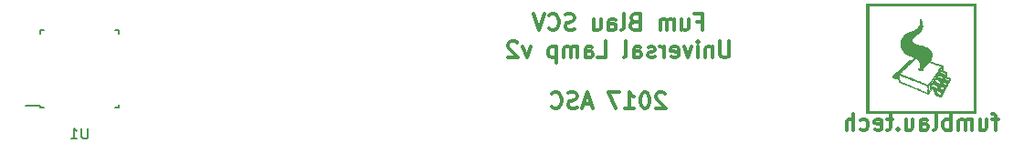
<source format=gbo>
G04 #@! TF.FileFunction,Legend,Bot*
%FSLAX46Y46*%
G04 Gerber Fmt 4.6, Leading zero omitted, Abs format (unit mm)*
G04 Created by KiCad (PCBNEW 4.0.7-e2-6376~58~ubuntu16.04.1) date Fri Sep 22 12:57:38 2017*
%MOMM*%
%LPD*%
G01*
G04 APERTURE LIST*
%ADD10C,0.100000*%
%ADD11C,0.300000*%
%ADD12C,0.010000*%
%ADD13C,0.150000*%
G04 APERTURE END LIST*
D10*
D11*
X147142857Y-147678571D02*
X146571428Y-147678571D01*
X146928571Y-148678571D02*
X146928571Y-147392857D01*
X146857143Y-147250000D01*
X146714285Y-147178571D01*
X146571428Y-147178571D01*
X145428571Y-147678571D02*
X145428571Y-148678571D01*
X146071428Y-147678571D02*
X146071428Y-148464286D01*
X146000000Y-148607143D01*
X145857142Y-148678571D01*
X145642857Y-148678571D01*
X145500000Y-148607143D01*
X145428571Y-148535714D01*
X144714285Y-148678571D02*
X144714285Y-147678571D01*
X144714285Y-147821429D02*
X144642857Y-147750000D01*
X144499999Y-147678571D01*
X144285714Y-147678571D01*
X144142857Y-147750000D01*
X144071428Y-147892857D01*
X144071428Y-148678571D01*
X144071428Y-147892857D02*
X143999999Y-147750000D01*
X143857142Y-147678571D01*
X143642857Y-147678571D01*
X143499999Y-147750000D01*
X143428571Y-147892857D01*
X143428571Y-148678571D01*
X142714285Y-148678571D02*
X142714285Y-147178571D01*
X142714285Y-147750000D02*
X142571428Y-147678571D01*
X142285714Y-147678571D01*
X142142857Y-147750000D01*
X142071428Y-147821429D01*
X141999999Y-147964286D01*
X141999999Y-148392857D01*
X142071428Y-148535714D01*
X142142857Y-148607143D01*
X142285714Y-148678571D01*
X142571428Y-148678571D01*
X142714285Y-148607143D01*
X141142856Y-148678571D02*
X141285714Y-148607143D01*
X141357142Y-148464286D01*
X141357142Y-147178571D01*
X139928571Y-148678571D02*
X139928571Y-147892857D01*
X140000000Y-147750000D01*
X140142857Y-147678571D01*
X140428571Y-147678571D01*
X140571428Y-147750000D01*
X139928571Y-148607143D02*
X140071428Y-148678571D01*
X140428571Y-148678571D01*
X140571428Y-148607143D01*
X140642857Y-148464286D01*
X140642857Y-148321429D01*
X140571428Y-148178571D01*
X140428571Y-148107143D01*
X140071428Y-148107143D01*
X139928571Y-148035714D01*
X138571428Y-147678571D02*
X138571428Y-148678571D01*
X139214285Y-147678571D02*
X139214285Y-148464286D01*
X139142857Y-148607143D01*
X138999999Y-148678571D01*
X138785714Y-148678571D01*
X138642857Y-148607143D01*
X138571428Y-148535714D01*
X137857142Y-148535714D02*
X137785714Y-148607143D01*
X137857142Y-148678571D01*
X137928571Y-148607143D01*
X137857142Y-148535714D01*
X137857142Y-148678571D01*
X137357142Y-147678571D02*
X136785713Y-147678571D01*
X137142856Y-147178571D02*
X137142856Y-148464286D01*
X137071428Y-148607143D01*
X136928570Y-148678571D01*
X136785713Y-148678571D01*
X135714285Y-148607143D02*
X135857142Y-148678571D01*
X136142856Y-148678571D01*
X136285713Y-148607143D01*
X136357142Y-148464286D01*
X136357142Y-147892857D01*
X136285713Y-147750000D01*
X136142856Y-147678571D01*
X135857142Y-147678571D01*
X135714285Y-147750000D01*
X135642856Y-147892857D01*
X135642856Y-148035714D01*
X136357142Y-148178571D01*
X134357142Y-148607143D02*
X134499999Y-148678571D01*
X134785713Y-148678571D01*
X134928571Y-148607143D01*
X134999999Y-148535714D01*
X135071428Y-148392857D01*
X135071428Y-147964286D01*
X134999999Y-147821429D01*
X134928571Y-147750000D01*
X134785713Y-147678571D01*
X134499999Y-147678571D01*
X134357142Y-147750000D01*
X133714285Y-148678571D02*
X133714285Y-147178571D01*
X133071428Y-148678571D02*
X133071428Y-147892857D01*
X133142857Y-147750000D01*
X133285714Y-147678571D01*
X133499999Y-147678571D01*
X133642857Y-147750000D01*
X133714285Y-147821429D01*
X119214285Y-138617857D02*
X119714285Y-138617857D01*
X119714285Y-139403571D02*
X119714285Y-137903571D01*
X118999999Y-137903571D01*
X117785714Y-138403571D02*
X117785714Y-139403571D01*
X118428571Y-138403571D02*
X118428571Y-139189286D01*
X118357143Y-139332143D01*
X118214285Y-139403571D01*
X118000000Y-139403571D01*
X117857143Y-139332143D01*
X117785714Y-139260714D01*
X117071428Y-139403571D02*
X117071428Y-138403571D01*
X117071428Y-138546429D02*
X117000000Y-138475000D01*
X116857142Y-138403571D01*
X116642857Y-138403571D01*
X116500000Y-138475000D01*
X116428571Y-138617857D01*
X116428571Y-139403571D01*
X116428571Y-138617857D02*
X116357142Y-138475000D01*
X116214285Y-138403571D01*
X116000000Y-138403571D01*
X115857142Y-138475000D01*
X115785714Y-138617857D01*
X115785714Y-139403571D01*
X113428571Y-138617857D02*
X113214285Y-138689286D01*
X113142857Y-138760714D01*
X113071428Y-138903571D01*
X113071428Y-139117857D01*
X113142857Y-139260714D01*
X113214285Y-139332143D01*
X113357143Y-139403571D01*
X113928571Y-139403571D01*
X113928571Y-137903571D01*
X113428571Y-137903571D01*
X113285714Y-137975000D01*
X113214285Y-138046429D01*
X113142857Y-138189286D01*
X113142857Y-138332143D01*
X113214285Y-138475000D01*
X113285714Y-138546429D01*
X113428571Y-138617857D01*
X113928571Y-138617857D01*
X112214285Y-139403571D02*
X112357143Y-139332143D01*
X112428571Y-139189286D01*
X112428571Y-137903571D01*
X111000000Y-139403571D02*
X111000000Y-138617857D01*
X111071429Y-138475000D01*
X111214286Y-138403571D01*
X111500000Y-138403571D01*
X111642857Y-138475000D01*
X111000000Y-139332143D02*
X111142857Y-139403571D01*
X111500000Y-139403571D01*
X111642857Y-139332143D01*
X111714286Y-139189286D01*
X111714286Y-139046429D01*
X111642857Y-138903571D01*
X111500000Y-138832143D01*
X111142857Y-138832143D01*
X111000000Y-138760714D01*
X109642857Y-138403571D02*
X109642857Y-139403571D01*
X110285714Y-138403571D02*
X110285714Y-139189286D01*
X110214286Y-139332143D01*
X110071428Y-139403571D01*
X109857143Y-139403571D01*
X109714286Y-139332143D01*
X109642857Y-139260714D01*
X107857143Y-139332143D02*
X107642857Y-139403571D01*
X107285714Y-139403571D01*
X107142857Y-139332143D01*
X107071428Y-139260714D01*
X107000000Y-139117857D01*
X107000000Y-138975000D01*
X107071428Y-138832143D01*
X107142857Y-138760714D01*
X107285714Y-138689286D01*
X107571428Y-138617857D01*
X107714286Y-138546429D01*
X107785714Y-138475000D01*
X107857143Y-138332143D01*
X107857143Y-138189286D01*
X107785714Y-138046429D01*
X107714286Y-137975000D01*
X107571428Y-137903571D01*
X107214286Y-137903571D01*
X107000000Y-137975000D01*
X105500000Y-139260714D02*
X105571429Y-139332143D01*
X105785715Y-139403571D01*
X105928572Y-139403571D01*
X106142857Y-139332143D01*
X106285715Y-139189286D01*
X106357143Y-139046429D01*
X106428572Y-138760714D01*
X106428572Y-138546429D01*
X106357143Y-138260714D01*
X106285715Y-138117857D01*
X106142857Y-137975000D01*
X105928572Y-137903571D01*
X105785715Y-137903571D01*
X105571429Y-137975000D01*
X105500000Y-138046429D01*
X105071429Y-137903571D02*
X104571429Y-139403571D01*
X104071429Y-137903571D01*
X122214285Y-140453571D02*
X122214285Y-141667857D01*
X122142857Y-141810714D01*
X122071428Y-141882143D01*
X121928571Y-141953571D01*
X121642857Y-141953571D01*
X121499999Y-141882143D01*
X121428571Y-141810714D01*
X121357142Y-141667857D01*
X121357142Y-140453571D01*
X120642856Y-140953571D02*
X120642856Y-141953571D01*
X120642856Y-141096429D02*
X120571428Y-141025000D01*
X120428570Y-140953571D01*
X120214285Y-140953571D01*
X120071428Y-141025000D01*
X119999999Y-141167857D01*
X119999999Y-141953571D01*
X119285713Y-141953571D02*
X119285713Y-140953571D01*
X119285713Y-140453571D02*
X119357142Y-140525000D01*
X119285713Y-140596429D01*
X119214285Y-140525000D01*
X119285713Y-140453571D01*
X119285713Y-140596429D01*
X118714284Y-140953571D02*
X118357141Y-141953571D01*
X117999999Y-140953571D01*
X116857142Y-141882143D02*
X116999999Y-141953571D01*
X117285713Y-141953571D01*
X117428570Y-141882143D01*
X117499999Y-141739286D01*
X117499999Y-141167857D01*
X117428570Y-141025000D01*
X117285713Y-140953571D01*
X116999999Y-140953571D01*
X116857142Y-141025000D01*
X116785713Y-141167857D01*
X116785713Y-141310714D01*
X117499999Y-141453571D01*
X116142856Y-141953571D02*
X116142856Y-140953571D01*
X116142856Y-141239286D02*
X116071428Y-141096429D01*
X115999999Y-141025000D01*
X115857142Y-140953571D01*
X115714285Y-140953571D01*
X115285714Y-141882143D02*
X115142857Y-141953571D01*
X114857142Y-141953571D01*
X114714285Y-141882143D01*
X114642857Y-141739286D01*
X114642857Y-141667857D01*
X114714285Y-141525000D01*
X114857142Y-141453571D01*
X115071428Y-141453571D01*
X115214285Y-141382143D01*
X115285714Y-141239286D01*
X115285714Y-141167857D01*
X115214285Y-141025000D01*
X115071428Y-140953571D01*
X114857142Y-140953571D01*
X114714285Y-141025000D01*
X113357142Y-141953571D02*
X113357142Y-141167857D01*
X113428571Y-141025000D01*
X113571428Y-140953571D01*
X113857142Y-140953571D01*
X113999999Y-141025000D01*
X113357142Y-141882143D02*
X113499999Y-141953571D01*
X113857142Y-141953571D01*
X113999999Y-141882143D01*
X114071428Y-141739286D01*
X114071428Y-141596429D01*
X113999999Y-141453571D01*
X113857142Y-141382143D01*
X113499999Y-141382143D01*
X113357142Y-141310714D01*
X112428570Y-141953571D02*
X112571428Y-141882143D01*
X112642856Y-141739286D01*
X112642856Y-140453571D01*
X109999999Y-141953571D02*
X110714285Y-141953571D01*
X110714285Y-140453571D01*
X108857142Y-141953571D02*
X108857142Y-141167857D01*
X108928571Y-141025000D01*
X109071428Y-140953571D01*
X109357142Y-140953571D01*
X109499999Y-141025000D01*
X108857142Y-141882143D02*
X108999999Y-141953571D01*
X109357142Y-141953571D01*
X109499999Y-141882143D01*
X109571428Y-141739286D01*
X109571428Y-141596429D01*
X109499999Y-141453571D01*
X109357142Y-141382143D01*
X108999999Y-141382143D01*
X108857142Y-141310714D01*
X108142856Y-141953571D02*
X108142856Y-140953571D01*
X108142856Y-141096429D02*
X108071428Y-141025000D01*
X107928570Y-140953571D01*
X107714285Y-140953571D01*
X107571428Y-141025000D01*
X107499999Y-141167857D01*
X107499999Y-141953571D01*
X107499999Y-141167857D02*
X107428570Y-141025000D01*
X107285713Y-140953571D01*
X107071428Y-140953571D01*
X106928570Y-141025000D01*
X106857142Y-141167857D01*
X106857142Y-141953571D01*
X106142856Y-140953571D02*
X106142856Y-142453571D01*
X106142856Y-141025000D02*
X105999999Y-140953571D01*
X105714285Y-140953571D01*
X105571428Y-141025000D01*
X105499999Y-141096429D01*
X105428570Y-141239286D01*
X105428570Y-141667857D01*
X105499999Y-141810714D01*
X105571428Y-141882143D01*
X105714285Y-141953571D01*
X105999999Y-141953571D01*
X106142856Y-141882143D01*
X103785713Y-140953571D02*
X103428570Y-141953571D01*
X103071428Y-140953571D01*
X102571428Y-140596429D02*
X102499999Y-140525000D01*
X102357142Y-140453571D01*
X101999999Y-140453571D01*
X101857142Y-140525000D01*
X101785713Y-140596429D01*
X101714285Y-140739286D01*
X101714285Y-140882143D01*
X101785713Y-141096429D01*
X102642856Y-141953571D01*
X101714285Y-141953571D01*
X116249999Y-145321429D02*
X116178570Y-145250000D01*
X116035713Y-145178571D01*
X115678570Y-145178571D01*
X115535713Y-145250000D01*
X115464284Y-145321429D01*
X115392856Y-145464286D01*
X115392856Y-145607143D01*
X115464284Y-145821429D01*
X116321427Y-146678571D01*
X115392856Y-146678571D01*
X114464285Y-145178571D02*
X114321428Y-145178571D01*
X114178571Y-145250000D01*
X114107142Y-145321429D01*
X114035713Y-145464286D01*
X113964285Y-145750000D01*
X113964285Y-146107143D01*
X114035713Y-146392857D01*
X114107142Y-146535714D01*
X114178571Y-146607143D01*
X114321428Y-146678571D01*
X114464285Y-146678571D01*
X114607142Y-146607143D01*
X114678571Y-146535714D01*
X114749999Y-146392857D01*
X114821428Y-146107143D01*
X114821428Y-145750000D01*
X114749999Y-145464286D01*
X114678571Y-145321429D01*
X114607142Y-145250000D01*
X114464285Y-145178571D01*
X112535714Y-146678571D02*
X113392857Y-146678571D01*
X112964285Y-146678571D02*
X112964285Y-145178571D01*
X113107142Y-145392857D01*
X113250000Y-145535714D01*
X113392857Y-145607143D01*
X112035714Y-145178571D02*
X111035714Y-145178571D01*
X111678571Y-146678571D01*
X109392858Y-146250000D02*
X108678572Y-146250000D01*
X109535715Y-146678571D02*
X109035715Y-145178571D01*
X108535715Y-146678571D01*
X108107144Y-146607143D02*
X107892858Y-146678571D01*
X107535715Y-146678571D01*
X107392858Y-146607143D01*
X107321429Y-146535714D01*
X107250001Y-146392857D01*
X107250001Y-146250000D01*
X107321429Y-146107143D01*
X107392858Y-146035714D01*
X107535715Y-145964286D01*
X107821429Y-145892857D01*
X107964287Y-145821429D01*
X108035715Y-145750000D01*
X108107144Y-145607143D01*
X108107144Y-145464286D01*
X108035715Y-145321429D01*
X107964287Y-145250000D01*
X107821429Y-145178571D01*
X107464287Y-145178571D01*
X107250001Y-145250000D01*
X105750001Y-146535714D02*
X105821430Y-146607143D01*
X106035716Y-146678571D01*
X106178573Y-146678571D01*
X106392858Y-146607143D01*
X106535716Y-146464286D01*
X106607144Y-146321429D01*
X106678573Y-146035714D01*
X106678573Y-145821429D01*
X106607144Y-145535714D01*
X106535716Y-145392857D01*
X106392858Y-145250000D01*
X106178573Y-145178571D01*
X106035716Y-145178571D01*
X105821430Y-145250000D01*
X105750001Y-145321429D01*
D12*
G36*
X134920000Y-147080000D02*
X145080000Y-147080000D01*
X145080000Y-137110500D01*
X144889500Y-137110500D01*
X144889500Y-146889500D01*
X135110500Y-146889500D01*
X135110500Y-137110500D01*
X144889500Y-137110500D01*
X145080000Y-137110500D01*
X145080000Y-136920000D01*
X134920000Y-136920000D01*
X134920000Y-147080000D01*
X134920000Y-147080000D01*
G37*
X134920000Y-147080000D02*
X145080000Y-147080000D01*
X145080000Y-137110500D01*
X144889500Y-137110500D01*
X144889500Y-146889500D01*
X135110500Y-146889500D01*
X135110500Y-137110500D01*
X144889500Y-137110500D01*
X145080000Y-137110500D01*
X145080000Y-136920000D01*
X134920000Y-136920000D01*
X134920000Y-147080000D01*
G36*
X139875782Y-138399334D02*
X139869868Y-138420030D01*
X139873881Y-138458722D01*
X139881439Y-138494289D01*
X139896249Y-138601632D01*
X139894467Y-138718745D01*
X139877139Y-138837120D01*
X139845308Y-138948248D01*
X139817982Y-139011294D01*
X139743661Y-139130050D01*
X139648046Y-139235598D01*
X139531850Y-139327413D01*
X139395783Y-139404973D01*
X139240558Y-139467755D01*
X139165976Y-139490674D01*
X138957427Y-139558216D01*
X138770815Y-139637949D01*
X138605570Y-139730296D01*
X138461119Y-139835680D01*
X138336891Y-139954524D01*
X138232314Y-140087253D01*
X138146816Y-140234289D01*
X138138394Y-140251687D01*
X138092371Y-140369153D01*
X138066035Y-140488820D01*
X138058684Y-140615987D01*
X138069617Y-140755952D01*
X138070645Y-140763482D01*
X138106903Y-140935054D01*
X138166013Y-141096369D01*
X138247016Y-141246007D01*
X138348952Y-141382549D01*
X138470860Y-141504574D01*
X138611781Y-141610663D01*
X138666325Y-141644297D01*
X138714843Y-141671886D01*
X138760234Y-141695628D01*
X138807311Y-141717547D01*
X138860886Y-141739665D01*
X138925769Y-141764004D01*
X139006774Y-141792588D01*
X139073877Y-141815602D01*
X139145852Y-141840741D01*
X139214193Y-141865739D01*
X139273114Y-141888401D01*
X139316827Y-141906528D01*
X139332119Y-141913682D01*
X139392534Y-141944386D01*
X139250936Y-142075981D01*
X139109338Y-142207575D01*
X139047015Y-142191602D01*
X139001077Y-142183719D01*
X138958283Y-142182603D01*
X138944595Y-142184436D01*
X138918615Y-142197063D01*
X138880222Y-142224089D01*
X138834189Y-142261212D01*
X138785291Y-142304130D01*
X138738304Y-142348542D01*
X138698001Y-142390146D01*
X138669156Y-142424640D01*
X138658269Y-142442412D01*
X138638243Y-142469461D01*
X138615719Y-142482595D01*
X138592121Y-142495000D01*
X138556023Y-142521880D01*
X138512026Y-142558933D01*
X138464733Y-142601855D01*
X138418747Y-142646345D01*
X138378670Y-142688100D01*
X138349106Y-142722817D01*
X138335129Y-142744891D01*
X138309147Y-142781991D01*
X138283483Y-142795691D01*
X138260804Y-142808075D01*
X138224399Y-142834264D01*
X138178995Y-142870614D01*
X138129321Y-142913480D01*
X138121238Y-142920750D01*
X138061319Y-142976810D01*
X138019345Y-143020738D01*
X137992780Y-143055429D01*
X137979440Y-143082675D01*
X137964922Y-143115513D01*
X137946534Y-143128972D01*
X137934682Y-143130300D01*
X137914554Y-143134572D01*
X137888360Y-143148737D01*
X137853473Y-143174816D01*
X137807265Y-143214830D01*
X137747109Y-143270800D01*
X137726700Y-143290284D01*
X137682218Y-143330503D01*
X137637119Y-143367286D01*
X137599444Y-143394175D01*
X137591249Y-143399091D01*
X137560633Y-143419965D01*
X137518087Y-143453873D01*
X137469602Y-143495853D01*
X137428058Y-143534307D01*
X137381599Y-143579126D01*
X137350759Y-143610729D01*
X137332707Y-143633359D01*
X137324613Y-143651258D01*
X137323646Y-143668669D01*
X137326398Y-143686707D01*
X137335771Y-143728709D01*
X137348826Y-143760084D01*
X137369888Y-143784974D01*
X137403281Y-143807519D01*
X137453329Y-143831862D01*
X137498100Y-143851141D01*
X137588510Y-143885695D01*
X137660668Y-143905104D01*
X137716525Y-143909622D01*
X137758029Y-143899502D01*
X137776026Y-143887267D01*
X137784831Y-143878591D01*
X137791786Y-143872866D01*
X137798492Y-143872703D01*
X137806546Y-143880717D01*
X137817549Y-143899520D01*
X137833099Y-143931723D01*
X137854795Y-143979939D01*
X137884237Y-144046782D01*
X137911257Y-144108200D01*
X137953242Y-144203450D01*
X139271574Y-144757995D01*
X139502498Y-144854991D01*
X139710467Y-144942047D01*
X139895837Y-145019308D01*
X140058966Y-145086920D01*
X140200211Y-145145027D01*
X140319927Y-145193774D01*
X140418473Y-145233307D01*
X140496204Y-145263771D01*
X140553479Y-145285310D01*
X140590653Y-145298071D01*
X140608083Y-145302198D01*
X140609278Y-145301976D01*
X140621611Y-145288655D01*
X140645455Y-145257178D01*
X140678554Y-145210736D01*
X140718657Y-145152521D01*
X140763511Y-145085725D01*
X140786287Y-145051215D01*
X140943923Y-144811018D01*
X141040287Y-144848214D01*
X141088284Y-144867964D01*
X141128682Y-144886800D01*
X141154148Y-144901249D01*
X141157037Y-144903509D01*
X141166404Y-144917814D01*
X141173651Y-144944399D01*
X141179401Y-144987097D01*
X141184276Y-145049741D01*
X141186229Y-145083229D01*
X141192866Y-145170725D01*
X141204038Y-145241896D01*
X141222455Y-145300058D01*
X141250824Y-145348526D01*
X141291855Y-145390616D01*
X141348258Y-145429644D01*
X141422740Y-145468925D01*
X141518011Y-145511775D01*
X141546155Y-145523755D01*
X141613093Y-145551458D01*
X141673178Y-145575242D01*
X141721976Y-145593435D01*
X141755051Y-145604365D01*
X141766538Y-145606800D01*
X141788655Y-145596199D01*
X141813675Y-145568647D01*
X141819972Y-145559175D01*
X141875040Y-145465767D01*
X141920315Y-145379222D01*
X141954846Y-145302042D01*
X141977682Y-145236730D01*
X141987392Y-145188187D01*
X141871334Y-145188187D01*
X141870656Y-145202917D01*
X141859504Y-145232999D01*
X141841101Y-145272393D01*
X141818670Y-145315062D01*
X141795437Y-145354968D01*
X141774624Y-145386072D01*
X141759456Y-145402337D01*
X141756415Y-145403421D01*
X141739472Y-145398756D01*
X141704207Y-145385888D01*
X141655599Y-145366727D01*
X141598627Y-145343182D01*
X141592322Y-145340515D01*
X141535055Y-145315350D01*
X141486289Y-145292238D01*
X141450875Y-145273598D01*
X141433661Y-145261846D01*
X141433126Y-145261140D01*
X141428647Y-145241981D01*
X141425103Y-145203887D01*
X141422981Y-145153322D01*
X141422595Y-145121650D01*
X141420914Y-145033917D01*
X141415103Y-144966166D01*
X141403540Y-144913100D01*
X141384601Y-144869424D01*
X141356664Y-144829843D01*
X141321753Y-144792624D01*
X141290018Y-144762848D01*
X141260125Y-144739212D01*
X141226513Y-144718571D01*
X141183622Y-144697780D01*
X141125893Y-144673694D01*
X141078643Y-144655118D01*
X141016893Y-144630688D01*
X140963467Y-144608726D01*
X140922940Y-144591174D01*
X140899885Y-144579976D01*
X140896692Y-144577825D01*
X140899163Y-144564316D01*
X140912676Y-144535994D01*
X140933603Y-144498783D01*
X140958319Y-144458609D01*
X140983198Y-144421395D01*
X141004613Y-144393067D01*
X141017626Y-144380245D01*
X141031830Y-144382674D01*
X141065347Y-144392812D01*
X141113799Y-144409211D01*
X141172807Y-144430419D01*
X141201957Y-144441266D01*
X141274528Y-144469220D01*
X141328075Y-144491876D01*
X141367683Y-144511932D01*
X141398438Y-144532084D01*
X141425425Y-144555029D01*
X141436175Y-144565464D01*
X141463774Y-144595031D01*
X141483656Y-144623472D01*
X141497072Y-144655696D01*
X141505273Y-144696611D01*
X141509509Y-144751125D01*
X141511031Y-144824147D01*
X141511161Y-144859700D01*
X141512364Y-144927760D01*
X141518050Y-144978801D01*
X141531570Y-145017124D01*
X141556276Y-145047031D01*
X141595523Y-145072824D01*
X141652662Y-145098804D01*
X141717148Y-145124000D01*
X141773696Y-145145944D01*
X141821620Y-145165363D01*
X141855856Y-145180148D01*
X141871334Y-145188187D01*
X141987392Y-145188187D01*
X141987872Y-145185790D01*
X141984467Y-145151726D01*
X141978183Y-145142511D01*
X141958978Y-145130919D01*
X141923268Y-145114001D01*
X141878387Y-145095205D01*
X141873250Y-145093188D01*
X141774328Y-145054030D01*
X141698507Y-145022667D01*
X141644857Y-144998678D01*
X141612443Y-144981644D01*
X141600334Y-144971145D01*
X141600200Y-144970322D01*
X141609040Y-144967549D01*
X141628775Y-144977092D01*
X141650311Y-144988118D01*
X141690643Y-145006143D01*
X141744856Y-145029065D01*
X141808034Y-145054782D01*
X141840857Y-145067798D01*
X141919584Y-145097836D01*
X141977426Y-145117716D01*
X142016498Y-145128066D01*
X142038912Y-145129510D01*
X142043522Y-145127841D01*
X142056598Y-145112558D01*
X142078585Y-145079467D01*
X142106562Y-145033234D01*
X142137608Y-144978524D01*
X142141870Y-144970752D01*
X142183192Y-144891151D01*
X142210805Y-144828189D01*
X142226236Y-144778179D01*
X142229593Y-144759075D01*
X142231832Y-144746375D01*
X142120900Y-144746375D01*
X142115283Y-144763375D01*
X142100781Y-144794375D01*
X142080916Y-144832895D01*
X142059213Y-144872450D01*
X142039195Y-144906559D01*
X142024386Y-144928739D01*
X142019082Y-144933700D01*
X142005090Y-144929206D01*
X141972258Y-144916923D01*
X141925265Y-144898648D01*
X141868794Y-144876178D01*
X141859830Y-144872570D01*
X141708150Y-144811441D01*
X141701357Y-144634445D01*
X141698125Y-144561465D01*
X141694348Y-144508477D01*
X141689145Y-144470079D01*
X141681635Y-144440866D01*
X141670934Y-144415432D01*
X141663257Y-144400893D01*
X141629024Y-144351780D01*
X141582534Y-144308745D01*
X141520083Y-144269230D01*
X141437967Y-144230676D01*
X141387974Y-144210808D01*
X141329646Y-144188429D01*
X141276944Y-144167811D01*
X141236278Y-144151487D01*
X141216232Y-144143000D01*
X141181513Y-144127250D01*
X141239013Y-144044700D01*
X141267458Y-144005337D01*
X141291281Y-143975046D01*
X141306204Y-143959198D01*
X141307955Y-143958150D01*
X141326089Y-143960340D01*
X141362327Y-143970731D01*
X141411507Y-143987338D01*
X141468464Y-144008177D01*
X141528037Y-144031263D01*
X141585061Y-144054610D01*
X141634373Y-144076234D01*
X141670811Y-144094150D01*
X141685939Y-144103458D01*
X141713032Y-144126556D01*
X141733123Y-144151501D01*
X141747524Y-144182699D01*
X141757552Y-144224554D01*
X141764521Y-144281469D01*
X141769745Y-144357850D01*
X141771393Y-144389753D01*
X141775415Y-144468338D01*
X141780794Y-144526229D01*
X141790824Y-144568058D01*
X141808800Y-144598458D01*
X141838016Y-144622059D01*
X141881765Y-144643495D01*
X141943344Y-144667397D01*
X141978025Y-144680296D01*
X142033335Y-144701914D01*
X142078678Y-144721553D01*
X142109414Y-144737066D01*
X142120898Y-144746306D01*
X142120900Y-144746375D01*
X142231832Y-144746375D01*
X142236773Y-144718366D01*
X142246467Y-144697872D01*
X142260509Y-144692400D01*
X142273461Y-144691120D01*
X142285304Y-144684952D01*
X142298677Y-144670399D01*
X142316221Y-144643964D01*
X142340574Y-144602151D01*
X142374121Y-144541927D01*
X142403638Y-144484277D01*
X142429367Y-144426295D01*
X142447689Y-144376517D01*
X142453530Y-144354602D01*
X142460175Y-144328195D01*
X142349500Y-144328195D01*
X142343404Y-144348898D01*
X142327866Y-144381317D01*
X142307008Y-144418504D01*
X142284955Y-144453511D01*
X142265832Y-144479390D01*
X142253937Y-144489200D01*
X142236020Y-144484974D01*
X142200125Y-144473563D01*
X142151996Y-144456865D01*
X142112831Y-144442573D01*
X142059415Y-144422180D01*
X142014310Y-144404009D01*
X141983255Y-144390426D01*
X141972854Y-144384846D01*
X141965907Y-144366626D01*
X141960271Y-144324121D01*
X141956053Y-144258420D01*
X141953804Y-144191236D01*
X141951919Y-144119499D01*
X141949640Y-144068092D01*
X141946051Y-144031950D01*
X141940235Y-144006009D01*
X141931277Y-143985204D01*
X141918260Y-143964470D01*
X141910853Y-143953840D01*
X141879203Y-143914762D01*
X141841533Y-143881364D01*
X141793488Y-143851023D01*
X141730713Y-143821119D01*
X141648855Y-143789033D01*
X141619250Y-143778350D01*
X141561473Y-143757622D01*
X141513015Y-143739894D01*
X141478553Y-143726900D01*
X141462764Y-143720378D01*
X141462326Y-143720095D01*
X141466366Y-143708363D01*
X141481837Y-143682886D01*
X141504344Y-143649786D01*
X141529488Y-143615184D01*
X141552874Y-143585200D01*
X141570104Y-143565955D01*
X141575819Y-143562100D01*
X141598513Y-143566817D01*
X141638747Y-143579487D01*
X141690785Y-143597887D01*
X141748894Y-143619795D01*
X141807340Y-143642987D01*
X141860388Y-143665242D01*
X141902306Y-143684337D01*
X141927358Y-143698049D01*
X141928307Y-143698731D01*
X141961674Y-143725774D01*
X141985790Y-143752962D01*
X142002125Y-143785000D01*
X142012149Y-143826592D01*
X142017332Y-143882441D01*
X142019143Y-143957253D01*
X142019253Y-143989803D01*
X142019422Y-144060768D01*
X142020350Y-144110786D01*
X142022734Y-144144311D01*
X142027272Y-144165795D01*
X142034659Y-144179693D01*
X142045593Y-144190456D01*
X142051383Y-144195092D01*
X142076407Y-144209759D01*
X142118961Y-144229666D01*
X142172515Y-144251909D01*
X142216483Y-144268562D01*
X142269771Y-144288845D01*
X142312888Y-144307085D01*
X142341004Y-144321115D01*
X142349500Y-144328195D01*
X142460175Y-144328195D01*
X142464036Y-144312854D01*
X142475752Y-144291611D01*
X142490263Y-144286000D01*
X142506260Y-144277018D01*
X142528632Y-144248957D01*
X142558574Y-144200140D01*
X142583016Y-144155825D01*
X142626635Y-144068553D01*
X142656362Y-143995794D01*
X142671741Y-143939067D01*
X142671861Y-143930895D01*
X142557331Y-143930895D01*
X142557209Y-143946192D01*
X142546362Y-143976696D01*
X142527135Y-144015832D01*
X142526922Y-144016219D01*
X142485532Y-144091508D01*
X142345757Y-144042273D01*
X142289646Y-144022258D01*
X142242189Y-144004863D01*
X142208623Y-143992037D01*
X142194466Y-143985921D01*
X142190533Y-143971292D01*
X142187758Y-143936132D01*
X142186347Y-143885292D01*
X142186504Y-143823623D01*
X142186850Y-143805377D01*
X142188077Y-143733768D01*
X142187652Y-143682251D01*
X142185047Y-143645540D01*
X142179732Y-143618352D01*
X142171177Y-143595403D01*
X142164457Y-143581826D01*
X142138422Y-143541230D01*
X142104176Y-143506273D01*
X142057877Y-143474471D01*
X141995686Y-143443339D01*
X141913759Y-143410392D01*
X141880933Y-143398409D01*
X141714895Y-143338924D01*
X141761027Y-143269537D01*
X141784837Y-143233762D01*
X141802257Y-143207665D01*
X141809342Y-143197146D01*
X141822717Y-143198256D01*
X141854546Y-143207129D01*
X141899773Y-143221904D01*
X141953346Y-143240719D01*
X142010212Y-143261712D01*
X142065316Y-143283023D01*
X142113606Y-143302789D01*
X142150028Y-143319149D01*
X142168539Y-143329463D01*
X142198772Y-143354412D01*
X142220094Y-143380115D01*
X142233717Y-143411265D01*
X142240853Y-143452554D01*
X142242715Y-143508674D01*
X142240514Y-143584317D01*
X142239585Y-143604474D01*
X142236432Y-143673273D01*
X142235072Y-143721433D01*
X142236044Y-143753682D01*
X142239886Y-143774751D01*
X142247138Y-143789368D01*
X142258339Y-143802263D01*
X142262609Y-143806563D01*
X142290941Y-143825994D01*
X142338450Y-143848781D01*
X142399609Y-143872371D01*
X142420089Y-143879321D01*
X142473546Y-143897491D01*
X142518047Y-143913709D01*
X142547976Y-143925863D01*
X142557331Y-143930895D01*
X142671861Y-143930895D01*
X142672318Y-143899893D01*
X142664368Y-143884392D01*
X142646658Y-143874313D01*
X142609916Y-143858320D01*
X142559227Y-143838479D01*
X142499671Y-143816855D01*
X142489200Y-143813209D01*
X142330450Y-143758274D01*
X142324100Y-143568112D01*
X142320318Y-143481588D01*
X142314560Y-143415998D01*
X142305348Y-143366878D01*
X142291201Y-143329767D01*
X142270638Y-143300202D01*
X142242181Y-143273721D01*
X142221183Y-143257805D01*
X142184184Y-143235989D01*
X142132705Y-143211896D01*
X142076723Y-143190111D01*
X142066063Y-143186501D01*
X142010451Y-143168171D01*
X141974996Y-143155427D01*
X141955873Y-143145497D01*
X141949254Y-143135609D01*
X141951312Y-143122990D01*
X141957186Y-143107625D01*
X141961700Y-143081419D01*
X141963889Y-143036903D01*
X141964013Y-142979771D01*
X141963548Y-142962025D01*
X141879197Y-142962025D01*
X141875914Y-143028772D01*
X141865771Y-143073460D01*
X141847353Y-143098834D01*
X141819246Y-143107644D01*
X141804574Y-143107105D01*
X141787925Y-143107250D01*
X141772443Y-143113825D01*
X141754716Y-143130258D01*
X141731331Y-143159977D01*
X141698876Y-143206410D01*
X141684275Y-143227934D01*
X141647533Y-143283395D01*
X141623241Y-143323800D01*
X141608908Y-143354633D01*
X141602040Y-143381380D01*
X141600147Y-143409524D01*
X141600136Y-143413116D01*
X141599179Y-143449337D01*
X141594148Y-143466007D01*
X141581957Y-143468953D01*
X141571625Y-143466965D01*
X141554551Y-143464139D01*
X141539628Y-143466714D01*
X141523726Y-143477729D01*
X141503712Y-143500223D01*
X141476453Y-143537236D01*
X141438820Y-143591808D01*
X141430695Y-143603740D01*
X141394350Y-143657962D01*
X141370231Y-143697193D01*
X141355851Y-143727147D01*
X141348726Y-143753540D01*
X141346368Y-143782086D01*
X141346200Y-143797991D01*
X141346200Y-143868050D01*
X141304781Y-143860280D01*
X141287924Y-143857885D01*
X141273689Y-143859958D01*
X141258949Y-143869578D01*
X141240573Y-143889823D01*
X141215435Y-143923769D01*
X141180405Y-143974495D01*
X141163604Y-143999172D01*
X141123964Y-144057932D01*
X141096767Y-144100342D01*
X141079949Y-144130908D01*
X141071450Y-144154133D01*
X141069208Y-144174521D01*
X141071161Y-144196575D01*
X141071650Y-144200042D01*
X141074410Y-144247489D01*
X141064783Y-144274344D01*
X141041189Y-144283000D01*
X141018742Y-144280252D01*
X141003063Y-144277762D01*
X140989369Y-144280075D01*
X140974643Y-144290222D01*
X140955869Y-144311231D01*
X140930031Y-144346130D01*
X140894113Y-144397951D01*
X140877835Y-144421769D01*
X140775459Y-144571750D01*
X140775080Y-144664142D01*
X140774700Y-144756534D01*
X140812800Y-144764155D01*
X140839487Y-144772722D01*
X140850895Y-144782795D01*
X140850900Y-144782992D01*
X140844508Y-144795648D01*
X140827483Y-144824130D01*
X140803054Y-144863414D01*
X140774449Y-144908474D01*
X140744895Y-144954284D01*
X140717622Y-144995817D01*
X140695857Y-145028049D01*
X140682828Y-145045953D01*
X140680689Y-145047996D01*
X140680093Y-145035949D01*
X140679173Y-145002419D01*
X140678019Y-144951318D01*
X140676717Y-144886561D01*
X140675356Y-144812060D01*
X140675291Y-144808330D01*
X140675170Y-144801340D01*
X140593033Y-144801340D01*
X140592164Y-144878856D01*
X140590304Y-144959774D01*
X140587575Y-145038606D01*
X140584100Y-145109863D01*
X140580001Y-145168056D01*
X140575936Y-145204365D01*
X140567698Y-145235452D01*
X140556640Y-145247590D01*
X140554144Y-145247209D01*
X140540708Y-145241628D01*
X140505401Y-145226851D01*
X140449767Y-145203529D01*
X140375348Y-145172308D01*
X140283688Y-145133838D01*
X140176333Y-145088765D01*
X140054824Y-145037739D01*
X139920706Y-144981408D01*
X139775524Y-144920420D01*
X139620819Y-144855422D01*
X139458137Y-144787065D01*
X139295150Y-144718570D01*
X139126169Y-144647472D01*
X138963668Y-144578944D01*
X138809194Y-144513647D01*
X138664292Y-144452241D01*
X138530510Y-144395387D01*
X138409393Y-144343746D01*
X138302489Y-144297977D01*
X138211344Y-144258742D01*
X138137504Y-144226701D01*
X138082516Y-144202515D01*
X138047926Y-144186845D01*
X138035345Y-144180426D01*
X138025527Y-144163602D01*
X138008929Y-144127669D01*
X137987592Y-144077335D01*
X137963557Y-144017310D01*
X137954508Y-143993900D01*
X137888877Y-143822450D01*
X137894490Y-143691734D01*
X137610540Y-143691734D01*
X137603830Y-143699556D01*
X137583891Y-143696524D01*
X137547035Y-143682470D01*
X137516201Y-143669091D01*
X137442242Y-143636383D01*
X137511446Y-143574391D01*
X137546381Y-143544115D01*
X137574215Y-143521868D01*
X137589476Y-143511995D01*
X137590175Y-143511849D01*
X137595524Y-143522981D01*
X137599057Y-143552168D01*
X137599874Y-143577975D01*
X137601422Y-143622255D01*
X137605164Y-143660015D01*
X137607705Y-143673225D01*
X137610540Y-143691734D01*
X137894490Y-143691734D01*
X137895033Y-143679114D01*
X137897918Y-143621562D01*
X137901080Y-143574075D01*
X137904114Y-143541955D01*
X137906375Y-143530591D01*
X137918629Y-143534472D01*
X137953007Y-143547112D01*
X138008013Y-143567931D01*
X138082151Y-143596347D01*
X138173925Y-143631777D01*
X138281839Y-143673640D01*
X138404398Y-143721355D01*
X138540106Y-143774339D01*
X138687466Y-143832012D01*
X138844982Y-143893790D01*
X139011160Y-143959093D01*
X139184503Y-144027338D01*
X139244706Y-144051069D01*
X140577850Y-144576734D01*
X140588463Y-144644092D01*
X140591305Y-144678469D01*
X140592788Y-144732715D01*
X140593033Y-144801340D01*
X140675170Y-144801340D01*
X140671131Y-144568668D01*
X141263931Y-143716134D01*
X141355440Y-143584727D01*
X141442905Y-143459508D01*
X141525231Y-143342023D01*
X141601321Y-143233821D01*
X141670077Y-143136448D01*
X141730405Y-143051451D01*
X141781207Y-142980377D01*
X141821386Y-142924773D01*
X141849847Y-142886187D01*
X141865493Y-142866165D01*
X141868165Y-142863600D01*
X141873503Y-142875277D01*
X141877398Y-142906239D01*
X141879164Y-142950383D01*
X141879197Y-142962025D01*
X141963548Y-142962025D01*
X141962333Y-142915720D01*
X141959108Y-142850444D01*
X141954598Y-142789639D01*
X141949065Y-142739001D01*
X141949010Y-142738692D01*
X141822548Y-142738692D01*
X141816740Y-142750157D01*
X141797431Y-142780899D01*
X141765666Y-142829376D01*
X141722495Y-142894046D01*
X141668963Y-142973366D01*
X141606120Y-143065795D01*
X141535011Y-143169790D01*
X141456684Y-143283807D01*
X141372188Y-143406306D01*
X141282568Y-143535743D01*
X141224571Y-143619263D01*
X141114996Y-143776763D01*
X141018914Y-143914578D01*
X140935420Y-144033948D01*
X140863607Y-144136112D01*
X140802572Y-144222311D01*
X140751407Y-144293783D01*
X140709209Y-144351769D01*
X140675070Y-144397508D01*
X140648087Y-144432239D01*
X140627353Y-144457204D01*
X140611964Y-144473641D01*
X140601013Y-144482790D01*
X140593595Y-144485892D01*
X140591711Y-144485787D01*
X140576550Y-144480457D01*
X140539319Y-144466393D01*
X140481570Y-144444203D01*
X140404855Y-144414492D01*
X140310724Y-144377867D01*
X140200729Y-144334934D01*
X140076422Y-144286300D01*
X139939353Y-144232571D01*
X139791073Y-144174353D01*
X139633135Y-144112253D01*
X139467090Y-144046876D01*
X139294488Y-143978830D01*
X139269750Y-143969071D01*
X139096566Y-143900717D01*
X138929892Y-143834889D01*
X138771264Y-143772196D01*
X138622219Y-143713247D01*
X138484291Y-143658650D01*
X138359015Y-143609015D01*
X138247928Y-143564950D01*
X138152565Y-143527063D01*
X138074462Y-143495965D01*
X138015153Y-143472262D01*
X137976175Y-143456565D01*
X137959063Y-143449482D01*
X137958479Y-143449201D01*
X137964912Y-143439367D01*
X137988243Y-143413740D01*
X138026828Y-143373887D01*
X138079025Y-143321378D01*
X138143193Y-143257781D01*
X138170444Y-143231034D01*
X138016857Y-143231034D01*
X138014417Y-143248418D01*
X137991556Y-143276352D01*
X137953061Y-143312545D01*
X137909151Y-143350489D01*
X137878092Y-143372833D01*
X137854597Y-143381762D01*
X137833381Y-143379463D01*
X137813261Y-143370347D01*
X137801195Y-143362149D01*
X137799252Y-143352076D01*
X137809705Y-143335627D01*
X137834826Y-143308302D01*
X137854937Y-143287797D01*
X137895192Y-143249709D01*
X137925638Y-143228268D01*
X137951831Y-143219897D01*
X137961217Y-143219394D01*
X137999061Y-143222070D01*
X138016857Y-143231034D01*
X138170444Y-143231034D01*
X138217688Y-143184665D01*
X138300870Y-143103599D01*
X138391094Y-143016153D01*
X138486720Y-142923893D01*
X138517823Y-142894004D01*
X138379486Y-142894004D01*
X138372403Y-142907300D01*
X138350956Y-142931148D01*
X138322431Y-142960373D01*
X138285774Y-142996228D01*
X138260080Y-143016398D01*
X138239573Y-143024300D01*
X138218475Y-143023354D01*
X138216577Y-143022996D01*
X138187957Y-143015817D01*
X138172919Y-143009251D01*
X138177097Y-142997341D01*
X138195355Y-142974535D01*
X138222269Y-142946209D01*
X138252417Y-142917740D01*
X138280376Y-142894504D01*
X138300723Y-142881879D01*
X138301738Y-142881527D01*
X138332243Y-142878746D01*
X138358272Y-142882248D01*
X138374132Y-142887055D01*
X138379486Y-142894004D01*
X138517823Y-142894004D01*
X138586105Y-142828390D01*
X138687607Y-142731213D01*
X138789584Y-142633929D01*
X138849694Y-142576794D01*
X138710229Y-142576794D01*
X138702380Y-142590450D01*
X138679649Y-142615161D01*
X138658947Y-142636284D01*
X138623382Y-142670440D01*
X138598252Y-142688382D01*
X138577827Y-142693487D01*
X138564927Y-142691664D01*
X138538978Y-142683738D01*
X138527695Y-142678227D01*
X138532210Y-142666767D01*
X138550149Y-142644556D01*
X138575786Y-142617526D01*
X138603394Y-142591612D01*
X138627245Y-142572746D01*
X138632758Y-142569377D01*
X138662832Y-142562530D01*
X138688705Y-142564806D01*
X138705051Y-142569734D01*
X138710229Y-142576794D01*
X138849694Y-142576794D01*
X138890394Y-142538109D01*
X138988393Y-142445320D01*
X139081941Y-142357131D01*
X139163545Y-142280598D01*
X139024921Y-142280598D01*
X139013846Y-142300833D01*
X138981578Y-142332469D01*
X138975421Y-142337860D01*
X138937326Y-142368037D01*
X138909160Y-142381267D01*
X138884031Y-142379641D01*
X138865375Y-142371230D01*
X138864475Y-142359360D01*
X138879374Y-142338717D01*
X138904474Y-142314216D01*
X138934177Y-142290771D01*
X138962883Y-142273297D01*
X138984461Y-142266700D01*
X139015045Y-142269856D01*
X139024921Y-142280598D01*
X139163545Y-142280598D01*
X139169395Y-142275112D01*
X139249113Y-142200831D01*
X139319452Y-142135857D01*
X139378770Y-142081758D01*
X139425426Y-142040104D01*
X139457776Y-142012464D01*
X139474180Y-142000406D01*
X139475470Y-142000000D01*
X139501455Y-142008958D01*
X139540043Y-142033601D01*
X139587019Y-142070576D01*
X139638171Y-142116532D01*
X139689282Y-142168118D01*
X139695906Y-142175284D01*
X139778480Y-142283733D01*
X139842664Y-142407535D01*
X139886459Y-142542639D01*
X139893710Y-142576273D01*
X139904377Y-142636512D01*
X139908976Y-142682834D01*
X139907809Y-142725908D01*
X139901178Y-142776404D01*
X139899641Y-142785823D01*
X139890788Y-142840226D01*
X139882728Y-142891510D01*
X139877140Y-142928976D01*
X139876958Y-142930275D01*
X139870333Y-142977900D01*
X139804244Y-142977900D01*
X139756113Y-142981924D01*
X139720417Y-142992642D01*
X139713503Y-142996921D01*
X139698540Y-143010430D01*
X139698937Y-143022264D01*
X139716398Y-143040475D01*
X139724222Y-143047496D01*
X139777119Y-143080591D01*
X139849825Y-143105049D01*
X139937869Y-143119702D01*
X140015209Y-143123577D01*
X140082091Y-143121755D01*
X140125342Y-143115294D01*
X140146425Y-143103497D01*
X140146800Y-143085673D01*
X140133770Y-143067264D01*
X140105441Y-143045022D01*
X140069049Y-143026685D01*
X140068031Y-143026312D01*
X140039907Y-143014119D01*
X140025789Y-143004034D01*
X140025400Y-143002803D01*
X140034824Y-142992163D01*
X140060286Y-142969781D01*
X140097572Y-142939247D01*
X140130175Y-142913606D01*
X140175759Y-142875918D01*
X140234427Y-142823846D01*
X140301888Y-142761532D01*
X140373852Y-142693120D01*
X140446029Y-142622753D01*
X140514128Y-142554574D01*
X140573859Y-142492728D01*
X140620931Y-142441357D01*
X140629941Y-142430962D01*
X140679450Y-142372975D01*
X141246839Y-142551612D01*
X141361875Y-142587951D01*
X141469444Y-142622164D01*
X141567128Y-142653466D01*
X141652507Y-142681070D01*
X141723164Y-142704190D01*
X141776679Y-142722040D01*
X141810633Y-142733835D01*
X141822548Y-142738692D01*
X141949010Y-142738692D01*
X141942768Y-142704226D01*
X141938222Y-142692597D01*
X141923592Y-142685153D01*
X141887095Y-142671040D01*
X141831135Y-142651069D01*
X141758118Y-142626052D01*
X141670451Y-142596801D01*
X141570538Y-142564128D01*
X141460785Y-142528843D01*
X141343598Y-142491759D01*
X141334010Y-142488750D01*
X141216864Y-142451967D01*
X141107324Y-142417489D01*
X141007732Y-142386057D01*
X140920430Y-142358416D01*
X140847761Y-142335309D01*
X140792067Y-142317479D01*
X140755692Y-142305669D01*
X140740977Y-142300624D01*
X140740786Y-142300518D01*
X140745474Y-142289227D01*
X140760919Y-142263545D01*
X140775909Y-142240742D01*
X140857873Y-142101926D01*
X140915685Y-141963889D01*
X140949260Y-141827568D01*
X140958515Y-141693897D01*
X140943367Y-141563813D01*
X140903732Y-141438250D01*
X140855947Y-141344358D01*
X140798547Y-141261340D01*
X140730690Y-141189206D01*
X140645247Y-141120424D01*
X140641350Y-141117627D01*
X140522012Y-141043710D01*
X140380551Y-140976228D01*
X140219676Y-140916258D01*
X140042092Y-140864878D01*
X139955550Y-140844428D01*
X139785567Y-140803420D01*
X139632166Y-140759216D01*
X139497117Y-140712488D01*
X139382186Y-140663910D01*
X139289141Y-140614155D01*
X139220423Y-140564489D01*
X139165957Y-140501179D01*
X139134263Y-140428010D01*
X139125610Y-140346903D01*
X139140265Y-140259780D01*
X139167911Y-140189171D01*
X139204321Y-140130355D01*
X139259446Y-140062611D01*
X139329790Y-139989338D01*
X139411859Y-139913932D01*
X139502158Y-139839793D01*
X139597191Y-139770319D01*
X139602249Y-139766862D01*
X139701024Y-139694496D01*
X139792482Y-139617667D01*
X139872548Y-139540277D01*
X139937146Y-139466226D01*
X139977444Y-139407804D01*
X140031546Y-139291681D01*
X140067509Y-139162193D01*
X140085154Y-139023938D01*
X140084305Y-138881510D01*
X140064785Y-138739504D01*
X140026414Y-138602517D01*
X140010177Y-138560615D01*
X139979670Y-138495358D01*
X139948659Y-138443408D01*
X139919620Y-138408271D01*
X139895028Y-138393453D01*
X139891980Y-138393200D01*
X139875782Y-138399334D01*
X139875782Y-138399334D01*
G37*
X139875782Y-138399334D02*
X139869868Y-138420030D01*
X139873881Y-138458722D01*
X139881439Y-138494289D01*
X139896249Y-138601632D01*
X139894467Y-138718745D01*
X139877139Y-138837120D01*
X139845308Y-138948248D01*
X139817982Y-139011294D01*
X139743661Y-139130050D01*
X139648046Y-139235598D01*
X139531850Y-139327413D01*
X139395783Y-139404973D01*
X139240558Y-139467755D01*
X139165976Y-139490674D01*
X138957427Y-139558216D01*
X138770815Y-139637949D01*
X138605570Y-139730296D01*
X138461119Y-139835680D01*
X138336891Y-139954524D01*
X138232314Y-140087253D01*
X138146816Y-140234289D01*
X138138394Y-140251687D01*
X138092371Y-140369153D01*
X138066035Y-140488820D01*
X138058684Y-140615987D01*
X138069617Y-140755952D01*
X138070645Y-140763482D01*
X138106903Y-140935054D01*
X138166013Y-141096369D01*
X138247016Y-141246007D01*
X138348952Y-141382549D01*
X138470860Y-141504574D01*
X138611781Y-141610663D01*
X138666325Y-141644297D01*
X138714843Y-141671886D01*
X138760234Y-141695628D01*
X138807311Y-141717547D01*
X138860886Y-141739665D01*
X138925769Y-141764004D01*
X139006774Y-141792588D01*
X139073877Y-141815602D01*
X139145852Y-141840741D01*
X139214193Y-141865739D01*
X139273114Y-141888401D01*
X139316827Y-141906528D01*
X139332119Y-141913682D01*
X139392534Y-141944386D01*
X139250936Y-142075981D01*
X139109338Y-142207575D01*
X139047015Y-142191602D01*
X139001077Y-142183719D01*
X138958283Y-142182603D01*
X138944595Y-142184436D01*
X138918615Y-142197063D01*
X138880222Y-142224089D01*
X138834189Y-142261212D01*
X138785291Y-142304130D01*
X138738304Y-142348542D01*
X138698001Y-142390146D01*
X138669156Y-142424640D01*
X138658269Y-142442412D01*
X138638243Y-142469461D01*
X138615719Y-142482595D01*
X138592121Y-142495000D01*
X138556023Y-142521880D01*
X138512026Y-142558933D01*
X138464733Y-142601855D01*
X138418747Y-142646345D01*
X138378670Y-142688100D01*
X138349106Y-142722817D01*
X138335129Y-142744891D01*
X138309147Y-142781991D01*
X138283483Y-142795691D01*
X138260804Y-142808075D01*
X138224399Y-142834264D01*
X138178995Y-142870614D01*
X138129321Y-142913480D01*
X138121238Y-142920750D01*
X138061319Y-142976810D01*
X138019345Y-143020738D01*
X137992780Y-143055429D01*
X137979440Y-143082675D01*
X137964922Y-143115513D01*
X137946534Y-143128972D01*
X137934682Y-143130300D01*
X137914554Y-143134572D01*
X137888360Y-143148737D01*
X137853473Y-143174816D01*
X137807265Y-143214830D01*
X137747109Y-143270800D01*
X137726700Y-143290284D01*
X137682218Y-143330503D01*
X137637119Y-143367286D01*
X137599444Y-143394175D01*
X137591249Y-143399091D01*
X137560633Y-143419965D01*
X137518087Y-143453873D01*
X137469602Y-143495853D01*
X137428058Y-143534307D01*
X137381599Y-143579126D01*
X137350759Y-143610729D01*
X137332707Y-143633359D01*
X137324613Y-143651258D01*
X137323646Y-143668669D01*
X137326398Y-143686707D01*
X137335771Y-143728709D01*
X137348826Y-143760084D01*
X137369888Y-143784974D01*
X137403281Y-143807519D01*
X137453329Y-143831862D01*
X137498100Y-143851141D01*
X137588510Y-143885695D01*
X137660668Y-143905104D01*
X137716525Y-143909622D01*
X137758029Y-143899502D01*
X137776026Y-143887267D01*
X137784831Y-143878591D01*
X137791786Y-143872866D01*
X137798492Y-143872703D01*
X137806546Y-143880717D01*
X137817549Y-143899520D01*
X137833099Y-143931723D01*
X137854795Y-143979939D01*
X137884237Y-144046782D01*
X137911257Y-144108200D01*
X137953242Y-144203450D01*
X139271574Y-144757995D01*
X139502498Y-144854991D01*
X139710467Y-144942047D01*
X139895837Y-145019308D01*
X140058966Y-145086920D01*
X140200211Y-145145027D01*
X140319927Y-145193774D01*
X140418473Y-145233307D01*
X140496204Y-145263771D01*
X140553479Y-145285310D01*
X140590653Y-145298071D01*
X140608083Y-145302198D01*
X140609278Y-145301976D01*
X140621611Y-145288655D01*
X140645455Y-145257178D01*
X140678554Y-145210736D01*
X140718657Y-145152521D01*
X140763511Y-145085725D01*
X140786287Y-145051215D01*
X140943923Y-144811018D01*
X141040287Y-144848214D01*
X141088284Y-144867964D01*
X141128682Y-144886800D01*
X141154148Y-144901249D01*
X141157037Y-144903509D01*
X141166404Y-144917814D01*
X141173651Y-144944399D01*
X141179401Y-144987097D01*
X141184276Y-145049741D01*
X141186229Y-145083229D01*
X141192866Y-145170725D01*
X141204038Y-145241896D01*
X141222455Y-145300058D01*
X141250824Y-145348526D01*
X141291855Y-145390616D01*
X141348258Y-145429644D01*
X141422740Y-145468925D01*
X141518011Y-145511775D01*
X141546155Y-145523755D01*
X141613093Y-145551458D01*
X141673178Y-145575242D01*
X141721976Y-145593435D01*
X141755051Y-145604365D01*
X141766538Y-145606800D01*
X141788655Y-145596199D01*
X141813675Y-145568647D01*
X141819972Y-145559175D01*
X141875040Y-145465767D01*
X141920315Y-145379222D01*
X141954846Y-145302042D01*
X141977682Y-145236730D01*
X141987392Y-145188187D01*
X141871334Y-145188187D01*
X141870656Y-145202917D01*
X141859504Y-145232999D01*
X141841101Y-145272393D01*
X141818670Y-145315062D01*
X141795437Y-145354968D01*
X141774624Y-145386072D01*
X141759456Y-145402337D01*
X141756415Y-145403421D01*
X141739472Y-145398756D01*
X141704207Y-145385888D01*
X141655599Y-145366727D01*
X141598627Y-145343182D01*
X141592322Y-145340515D01*
X141535055Y-145315350D01*
X141486289Y-145292238D01*
X141450875Y-145273598D01*
X141433661Y-145261846D01*
X141433126Y-145261140D01*
X141428647Y-145241981D01*
X141425103Y-145203887D01*
X141422981Y-145153322D01*
X141422595Y-145121650D01*
X141420914Y-145033917D01*
X141415103Y-144966166D01*
X141403540Y-144913100D01*
X141384601Y-144869424D01*
X141356664Y-144829843D01*
X141321753Y-144792624D01*
X141290018Y-144762848D01*
X141260125Y-144739212D01*
X141226513Y-144718571D01*
X141183622Y-144697780D01*
X141125893Y-144673694D01*
X141078643Y-144655118D01*
X141016893Y-144630688D01*
X140963467Y-144608726D01*
X140922940Y-144591174D01*
X140899885Y-144579976D01*
X140896692Y-144577825D01*
X140899163Y-144564316D01*
X140912676Y-144535994D01*
X140933603Y-144498783D01*
X140958319Y-144458609D01*
X140983198Y-144421395D01*
X141004613Y-144393067D01*
X141017626Y-144380245D01*
X141031830Y-144382674D01*
X141065347Y-144392812D01*
X141113799Y-144409211D01*
X141172807Y-144430419D01*
X141201957Y-144441266D01*
X141274528Y-144469220D01*
X141328075Y-144491876D01*
X141367683Y-144511932D01*
X141398438Y-144532084D01*
X141425425Y-144555029D01*
X141436175Y-144565464D01*
X141463774Y-144595031D01*
X141483656Y-144623472D01*
X141497072Y-144655696D01*
X141505273Y-144696611D01*
X141509509Y-144751125D01*
X141511031Y-144824147D01*
X141511161Y-144859700D01*
X141512364Y-144927760D01*
X141518050Y-144978801D01*
X141531570Y-145017124D01*
X141556276Y-145047031D01*
X141595523Y-145072824D01*
X141652662Y-145098804D01*
X141717148Y-145124000D01*
X141773696Y-145145944D01*
X141821620Y-145165363D01*
X141855856Y-145180148D01*
X141871334Y-145188187D01*
X141987392Y-145188187D01*
X141987872Y-145185790D01*
X141984467Y-145151726D01*
X141978183Y-145142511D01*
X141958978Y-145130919D01*
X141923268Y-145114001D01*
X141878387Y-145095205D01*
X141873250Y-145093188D01*
X141774328Y-145054030D01*
X141698507Y-145022667D01*
X141644857Y-144998678D01*
X141612443Y-144981644D01*
X141600334Y-144971145D01*
X141600200Y-144970322D01*
X141609040Y-144967549D01*
X141628775Y-144977092D01*
X141650311Y-144988118D01*
X141690643Y-145006143D01*
X141744856Y-145029065D01*
X141808034Y-145054782D01*
X141840857Y-145067798D01*
X141919584Y-145097836D01*
X141977426Y-145117716D01*
X142016498Y-145128066D01*
X142038912Y-145129510D01*
X142043522Y-145127841D01*
X142056598Y-145112558D01*
X142078585Y-145079467D01*
X142106562Y-145033234D01*
X142137608Y-144978524D01*
X142141870Y-144970752D01*
X142183192Y-144891151D01*
X142210805Y-144828189D01*
X142226236Y-144778179D01*
X142229593Y-144759075D01*
X142231832Y-144746375D01*
X142120900Y-144746375D01*
X142115283Y-144763375D01*
X142100781Y-144794375D01*
X142080916Y-144832895D01*
X142059213Y-144872450D01*
X142039195Y-144906559D01*
X142024386Y-144928739D01*
X142019082Y-144933700D01*
X142005090Y-144929206D01*
X141972258Y-144916923D01*
X141925265Y-144898648D01*
X141868794Y-144876178D01*
X141859830Y-144872570D01*
X141708150Y-144811441D01*
X141701357Y-144634445D01*
X141698125Y-144561465D01*
X141694348Y-144508477D01*
X141689145Y-144470079D01*
X141681635Y-144440866D01*
X141670934Y-144415432D01*
X141663257Y-144400893D01*
X141629024Y-144351780D01*
X141582534Y-144308745D01*
X141520083Y-144269230D01*
X141437967Y-144230676D01*
X141387974Y-144210808D01*
X141329646Y-144188429D01*
X141276944Y-144167811D01*
X141236278Y-144151487D01*
X141216232Y-144143000D01*
X141181513Y-144127250D01*
X141239013Y-144044700D01*
X141267458Y-144005337D01*
X141291281Y-143975046D01*
X141306204Y-143959198D01*
X141307955Y-143958150D01*
X141326089Y-143960340D01*
X141362327Y-143970731D01*
X141411507Y-143987338D01*
X141468464Y-144008177D01*
X141528037Y-144031263D01*
X141585061Y-144054610D01*
X141634373Y-144076234D01*
X141670811Y-144094150D01*
X141685939Y-144103458D01*
X141713032Y-144126556D01*
X141733123Y-144151501D01*
X141747524Y-144182699D01*
X141757552Y-144224554D01*
X141764521Y-144281469D01*
X141769745Y-144357850D01*
X141771393Y-144389753D01*
X141775415Y-144468338D01*
X141780794Y-144526229D01*
X141790824Y-144568058D01*
X141808800Y-144598458D01*
X141838016Y-144622059D01*
X141881765Y-144643495D01*
X141943344Y-144667397D01*
X141978025Y-144680296D01*
X142033335Y-144701914D01*
X142078678Y-144721553D01*
X142109414Y-144737066D01*
X142120898Y-144746306D01*
X142120900Y-144746375D01*
X142231832Y-144746375D01*
X142236773Y-144718366D01*
X142246467Y-144697872D01*
X142260509Y-144692400D01*
X142273461Y-144691120D01*
X142285304Y-144684952D01*
X142298677Y-144670399D01*
X142316221Y-144643964D01*
X142340574Y-144602151D01*
X142374121Y-144541927D01*
X142403638Y-144484277D01*
X142429367Y-144426295D01*
X142447689Y-144376517D01*
X142453530Y-144354602D01*
X142460175Y-144328195D01*
X142349500Y-144328195D01*
X142343404Y-144348898D01*
X142327866Y-144381317D01*
X142307008Y-144418504D01*
X142284955Y-144453511D01*
X142265832Y-144479390D01*
X142253937Y-144489200D01*
X142236020Y-144484974D01*
X142200125Y-144473563D01*
X142151996Y-144456865D01*
X142112831Y-144442573D01*
X142059415Y-144422180D01*
X142014310Y-144404009D01*
X141983255Y-144390426D01*
X141972854Y-144384846D01*
X141965907Y-144366626D01*
X141960271Y-144324121D01*
X141956053Y-144258420D01*
X141953804Y-144191236D01*
X141951919Y-144119499D01*
X141949640Y-144068092D01*
X141946051Y-144031950D01*
X141940235Y-144006009D01*
X141931277Y-143985204D01*
X141918260Y-143964470D01*
X141910853Y-143953840D01*
X141879203Y-143914762D01*
X141841533Y-143881364D01*
X141793488Y-143851023D01*
X141730713Y-143821119D01*
X141648855Y-143789033D01*
X141619250Y-143778350D01*
X141561473Y-143757622D01*
X141513015Y-143739894D01*
X141478553Y-143726900D01*
X141462764Y-143720378D01*
X141462326Y-143720095D01*
X141466366Y-143708363D01*
X141481837Y-143682886D01*
X141504344Y-143649786D01*
X141529488Y-143615184D01*
X141552874Y-143585200D01*
X141570104Y-143565955D01*
X141575819Y-143562100D01*
X141598513Y-143566817D01*
X141638747Y-143579487D01*
X141690785Y-143597887D01*
X141748894Y-143619795D01*
X141807340Y-143642987D01*
X141860388Y-143665242D01*
X141902306Y-143684337D01*
X141927358Y-143698049D01*
X141928307Y-143698731D01*
X141961674Y-143725774D01*
X141985790Y-143752962D01*
X142002125Y-143785000D01*
X142012149Y-143826592D01*
X142017332Y-143882441D01*
X142019143Y-143957253D01*
X142019253Y-143989803D01*
X142019422Y-144060768D01*
X142020350Y-144110786D01*
X142022734Y-144144311D01*
X142027272Y-144165795D01*
X142034659Y-144179693D01*
X142045593Y-144190456D01*
X142051383Y-144195092D01*
X142076407Y-144209759D01*
X142118961Y-144229666D01*
X142172515Y-144251909D01*
X142216483Y-144268562D01*
X142269771Y-144288845D01*
X142312888Y-144307085D01*
X142341004Y-144321115D01*
X142349500Y-144328195D01*
X142460175Y-144328195D01*
X142464036Y-144312854D01*
X142475752Y-144291611D01*
X142490263Y-144286000D01*
X142506260Y-144277018D01*
X142528632Y-144248957D01*
X142558574Y-144200140D01*
X142583016Y-144155825D01*
X142626635Y-144068553D01*
X142656362Y-143995794D01*
X142671741Y-143939067D01*
X142671861Y-143930895D01*
X142557331Y-143930895D01*
X142557209Y-143946192D01*
X142546362Y-143976696D01*
X142527135Y-144015832D01*
X142526922Y-144016219D01*
X142485532Y-144091508D01*
X142345757Y-144042273D01*
X142289646Y-144022258D01*
X142242189Y-144004863D01*
X142208623Y-143992037D01*
X142194466Y-143985921D01*
X142190533Y-143971292D01*
X142187758Y-143936132D01*
X142186347Y-143885292D01*
X142186504Y-143823623D01*
X142186850Y-143805377D01*
X142188077Y-143733768D01*
X142187652Y-143682251D01*
X142185047Y-143645540D01*
X142179732Y-143618352D01*
X142171177Y-143595403D01*
X142164457Y-143581826D01*
X142138422Y-143541230D01*
X142104176Y-143506273D01*
X142057877Y-143474471D01*
X141995686Y-143443339D01*
X141913759Y-143410392D01*
X141880933Y-143398409D01*
X141714895Y-143338924D01*
X141761027Y-143269537D01*
X141784837Y-143233762D01*
X141802257Y-143207665D01*
X141809342Y-143197146D01*
X141822717Y-143198256D01*
X141854546Y-143207129D01*
X141899773Y-143221904D01*
X141953346Y-143240719D01*
X142010212Y-143261712D01*
X142065316Y-143283023D01*
X142113606Y-143302789D01*
X142150028Y-143319149D01*
X142168539Y-143329463D01*
X142198772Y-143354412D01*
X142220094Y-143380115D01*
X142233717Y-143411265D01*
X142240853Y-143452554D01*
X142242715Y-143508674D01*
X142240514Y-143584317D01*
X142239585Y-143604474D01*
X142236432Y-143673273D01*
X142235072Y-143721433D01*
X142236044Y-143753682D01*
X142239886Y-143774751D01*
X142247138Y-143789368D01*
X142258339Y-143802263D01*
X142262609Y-143806563D01*
X142290941Y-143825994D01*
X142338450Y-143848781D01*
X142399609Y-143872371D01*
X142420089Y-143879321D01*
X142473546Y-143897491D01*
X142518047Y-143913709D01*
X142547976Y-143925863D01*
X142557331Y-143930895D01*
X142671861Y-143930895D01*
X142672318Y-143899893D01*
X142664368Y-143884392D01*
X142646658Y-143874313D01*
X142609916Y-143858320D01*
X142559227Y-143838479D01*
X142499671Y-143816855D01*
X142489200Y-143813209D01*
X142330450Y-143758274D01*
X142324100Y-143568112D01*
X142320318Y-143481588D01*
X142314560Y-143415998D01*
X142305348Y-143366878D01*
X142291201Y-143329767D01*
X142270638Y-143300202D01*
X142242181Y-143273721D01*
X142221183Y-143257805D01*
X142184184Y-143235989D01*
X142132705Y-143211896D01*
X142076723Y-143190111D01*
X142066063Y-143186501D01*
X142010451Y-143168171D01*
X141974996Y-143155427D01*
X141955873Y-143145497D01*
X141949254Y-143135609D01*
X141951312Y-143122990D01*
X141957186Y-143107625D01*
X141961700Y-143081419D01*
X141963889Y-143036903D01*
X141964013Y-142979771D01*
X141963548Y-142962025D01*
X141879197Y-142962025D01*
X141875914Y-143028772D01*
X141865771Y-143073460D01*
X141847353Y-143098834D01*
X141819246Y-143107644D01*
X141804574Y-143107105D01*
X141787925Y-143107250D01*
X141772443Y-143113825D01*
X141754716Y-143130258D01*
X141731331Y-143159977D01*
X141698876Y-143206410D01*
X141684275Y-143227934D01*
X141647533Y-143283395D01*
X141623241Y-143323800D01*
X141608908Y-143354633D01*
X141602040Y-143381380D01*
X141600147Y-143409524D01*
X141600136Y-143413116D01*
X141599179Y-143449337D01*
X141594148Y-143466007D01*
X141581957Y-143468953D01*
X141571625Y-143466965D01*
X141554551Y-143464139D01*
X141539628Y-143466714D01*
X141523726Y-143477729D01*
X141503712Y-143500223D01*
X141476453Y-143537236D01*
X141438820Y-143591808D01*
X141430695Y-143603740D01*
X141394350Y-143657962D01*
X141370231Y-143697193D01*
X141355851Y-143727147D01*
X141348726Y-143753540D01*
X141346368Y-143782086D01*
X141346200Y-143797991D01*
X141346200Y-143868050D01*
X141304781Y-143860280D01*
X141287924Y-143857885D01*
X141273689Y-143859958D01*
X141258949Y-143869578D01*
X141240573Y-143889823D01*
X141215435Y-143923769D01*
X141180405Y-143974495D01*
X141163604Y-143999172D01*
X141123964Y-144057932D01*
X141096767Y-144100342D01*
X141079949Y-144130908D01*
X141071450Y-144154133D01*
X141069208Y-144174521D01*
X141071161Y-144196575D01*
X141071650Y-144200042D01*
X141074410Y-144247489D01*
X141064783Y-144274344D01*
X141041189Y-144283000D01*
X141018742Y-144280252D01*
X141003063Y-144277762D01*
X140989369Y-144280075D01*
X140974643Y-144290222D01*
X140955869Y-144311231D01*
X140930031Y-144346130D01*
X140894113Y-144397951D01*
X140877835Y-144421769D01*
X140775459Y-144571750D01*
X140775080Y-144664142D01*
X140774700Y-144756534D01*
X140812800Y-144764155D01*
X140839487Y-144772722D01*
X140850895Y-144782795D01*
X140850900Y-144782992D01*
X140844508Y-144795648D01*
X140827483Y-144824130D01*
X140803054Y-144863414D01*
X140774449Y-144908474D01*
X140744895Y-144954284D01*
X140717622Y-144995817D01*
X140695857Y-145028049D01*
X140682828Y-145045953D01*
X140680689Y-145047996D01*
X140680093Y-145035949D01*
X140679173Y-145002419D01*
X140678019Y-144951318D01*
X140676717Y-144886561D01*
X140675356Y-144812060D01*
X140675291Y-144808330D01*
X140675170Y-144801340D01*
X140593033Y-144801340D01*
X140592164Y-144878856D01*
X140590304Y-144959774D01*
X140587575Y-145038606D01*
X140584100Y-145109863D01*
X140580001Y-145168056D01*
X140575936Y-145204365D01*
X140567698Y-145235452D01*
X140556640Y-145247590D01*
X140554144Y-145247209D01*
X140540708Y-145241628D01*
X140505401Y-145226851D01*
X140449767Y-145203529D01*
X140375348Y-145172308D01*
X140283688Y-145133838D01*
X140176333Y-145088765D01*
X140054824Y-145037739D01*
X139920706Y-144981408D01*
X139775524Y-144920420D01*
X139620819Y-144855422D01*
X139458137Y-144787065D01*
X139295150Y-144718570D01*
X139126169Y-144647472D01*
X138963668Y-144578944D01*
X138809194Y-144513647D01*
X138664292Y-144452241D01*
X138530510Y-144395387D01*
X138409393Y-144343746D01*
X138302489Y-144297977D01*
X138211344Y-144258742D01*
X138137504Y-144226701D01*
X138082516Y-144202515D01*
X138047926Y-144186845D01*
X138035345Y-144180426D01*
X138025527Y-144163602D01*
X138008929Y-144127669D01*
X137987592Y-144077335D01*
X137963557Y-144017310D01*
X137954508Y-143993900D01*
X137888877Y-143822450D01*
X137894490Y-143691734D01*
X137610540Y-143691734D01*
X137603830Y-143699556D01*
X137583891Y-143696524D01*
X137547035Y-143682470D01*
X137516201Y-143669091D01*
X137442242Y-143636383D01*
X137511446Y-143574391D01*
X137546381Y-143544115D01*
X137574215Y-143521868D01*
X137589476Y-143511995D01*
X137590175Y-143511849D01*
X137595524Y-143522981D01*
X137599057Y-143552168D01*
X137599874Y-143577975D01*
X137601422Y-143622255D01*
X137605164Y-143660015D01*
X137607705Y-143673225D01*
X137610540Y-143691734D01*
X137894490Y-143691734D01*
X137895033Y-143679114D01*
X137897918Y-143621562D01*
X137901080Y-143574075D01*
X137904114Y-143541955D01*
X137906375Y-143530591D01*
X137918629Y-143534472D01*
X137953007Y-143547112D01*
X138008013Y-143567931D01*
X138082151Y-143596347D01*
X138173925Y-143631777D01*
X138281839Y-143673640D01*
X138404398Y-143721355D01*
X138540106Y-143774339D01*
X138687466Y-143832012D01*
X138844982Y-143893790D01*
X139011160Y-143959093D01*
X139184503Y-144027338D01*
X139244706Y-144051069D01*
X140577850Y-144576734D01*
X140588463Y-144644092D01*
X140591305Y-144678469D01*
X140592788Y-144732715D01*
X140593033Y-144801340D01*
X140675170Y-144801340D01*
X140671131Y-144568668D01*
X141263931Y-143716134D01*
X141355440Y-143584727D01*
X141442905Y-143459508D01*
X141525231Y-143342023D01*
X141601321Y-143233821D01*
X141670077Y-143136448D01*
X141730405Y-143051451D01*
X141781207Y-142980377D01*
X141821386Y-142924773D01*
X141849847Y-142886187D01*
X141865493Y-142866165D01*
X141868165Y-142863600D01*
X141873503Y-142875277D01*
X141877398Y-142906239D01*
X141879164Y-142950383D01*
X141879197Y-142962025D01*
X141963548Y-142962025D01*
X141962333Y-142915720D01*
X141959108Y-142850444D01*
X141954598Y-142789639D01*
X141949065Y-142739001D01*
X141949010Y-142738692D01*
X141822548Y-142738692D01*
X141816740Y-142750157D01*
X141797431Y-142780899D01*
X141765666Y-142829376D01*
X141722495Y-142894046D01*
X141668963Y-142973366D01*
X141606120Y-143065795D01*
X141535011Y-143169790D01*
X141456684Y-143283807D01*
X141372188Y-143406306D01*
X141282568Y-143535743D01*
X141224571Y-143619263D01*
X141114996Y-143776763D01*
X141018914Y-143914578D01*
X140935420Y-144033948D01*
X140863607Y-144136112D01*
X140802572Y-144222311D01*
X140751407Y-144293783D01*
X140709209Y-144351769D01*
X140675070Y-144397508D01*
X140648087Y-144432239D01*
X140627353Y-144457204D01*
X140611964Y-144473641D01*
X140601013Y-144482790D01*
X140593595Y-144485892D01*
X140591711Y-144485787D01*
X140576550Y-144480457D01*
X140539319Y-144466393D01*
X140481570Y-144444203D01*
X140404855Y-144414492D01*
X140310724Y-144377867D01*
X140200729Y-144334934D01*
X140076422Y-144286300D01*
X139939353Y-144232571D01*
X139791073Y-144174353D01*
X139633135Y-144112253D01*
X139467090Y-144046876D01*
X139294488Y-143978830D01*
X139269750Y-143969071D01*
X139096566Y-143900717D01*
X138929892Y-143834889D01*
X138771264Y-143772196D01*
X138622219Y-143713247D01*
X138484291Y-143658650D01*
X138359015Y-143609015D01*
X138247928Y-143564950D01*
X138152565Y-143527063D01*
X138074462Y-143495965D01*
X138015153Y-143472262D01*
X137976175Y-143456565D01*
X137959063Y-143449482D01*
X137958479Y-143449201D01*
X137964912Y-143439367D01*
X137988243Y-143413740D01*
X138026828Y-143373887D01*
X138079025Y-143321378D01*
X138143193Y-143257781D01*
X138170444Y-143231034D01*
X138016857Y-143231034D01*
X138014417Y-143248418D01*
X137991556Y-143276352D01*
X137953061Y-143312545D01*
X137909151Y-143350489D01*
X137878092Y-143372833D01*
X137854597Y-143381762D01*
X137833381Y-143379463D01*
X137813261Y-143370347D01*
X137801195Y-143362149D01*
X137799252Y-143352076D01*
X137809705Y-143335627D01*
X137834826Y-143308302D01*
X137854937Y-143287797D01*
X137895192Y-143249709D01*
X137925638Y-143228268D01*
X137951831Y-143219897D01*
X137961217Y-143219394D01*
X137999061Y-143222070D01*
X138016857Y-143231034D01*
X138170444Y-143231034D01*
X138217688Y-143184665D01*
X138300870Y-143103599D01*
X138391094Y-143016153D01*
X138486720Y-142923893D01*
X138517823Y-142894004D01*
X138379486Y-142894004D01*
X138372403Y-142907300D01*
X138350956Y-142931148D01*
X138322431Y-142960373D01*
X138285774Y-142996228D01*
X138260080Y-143016398D01*
X138239573Y-143024300D01*
X138218475Y-143023354D01*
X138216577Y-143022996D01*
X138187957Y-143015817D01*
X138172919Y-143009251D01*
X138177097Y-142997341D01*
X138195355Y-142974535D01*
X138222269Y-142946209D01*
X138252417Y-142917740D01*
X138280376Y-142894504D01*
X138300723Y-142881879D01*
X138301738Y-142881527D01*
X138332243Y-142878746D01*
X138358272Y-142882248D01*
X138374132Y-142887055D01*
X138379486Y-142894004D01*
X138517823Y-142894004D01*
X138586105Y-142828390D01*
X138687607Y-142731213D01*
X138789584Y-142633929D01*
X138849694Y-142576794D01*
X138710229Y-142576794D01*
X138702380Y-142590450D01*
X138679649Y-142615161D01*
X138658947Y-142636284D01*
X138623382Y-142670440D01*
X138598252Y-142688382D01*
X138577827Y-142693487D01*
X138564927Y-142691664D01*
X138538978Y-142683738D01*
X138527695Y-142678227D01*
X138532210Y-142666767D01*
X138550149Y-142644556D01*
X138575786Y-142617526D01*
X138603394Y-142591612D01*
X138627245Y-142572746D01*
X138632758Y-142569377D01*
X138662832Y-142562530D01*
X138688705Y-142564806D01*
X138705051Y-142569734D01*
X138710229Y-142576794D01*
X138849694Y-142576794D01*
X138890394Y-142538109D01*
X138988393Y-142445320D01*
X139081941Y-142357131D01*
X139163545Y-142280598D01*
X139024921Y-142280598D01*
X139013846Y-142300833D01*
X138981578Y-142332469D01*
X138975421Y-142337860D01*
X138937326Y-142368037D01*
X138909160Y-142381267D01*
X138884031Y-142379641D01*
X138865375Y-142371230D01*
X138864475Y-142359360D01*
X138879374Y-142338717D01*
X138904474Y-142314216D01*
X138934177Y-142290771D01*
X138962883Y-142273297D01*
X138984461Y-142266700D01*
X139015045Y-142269856D01*
X139024921Y-142280598D01*
X139163545Y-142280598D01*
X139169395Y-142275112D01*
X139249113Y-142200831D01*
X139319452Y-142135857D01*
X139378770Y-142081758D01*
X139425426Y-142040104D01*
X139457776Y-142012464D01*
X139474180Y-142000406D01*
X139475470Y-142000000D01*
X139501455Y-142008958D01*
X139540043Y-142033601D01*
X139587019Y-142070576D01*
X139638171Y-142116532D01*
X139689282Y-142168118D01*
X139695906Y-142175284D01*
X139778480Y-142283733D01*
X139842664Y-142407535D01*
X139886459Y-142542639D01*
X139893710Y-142576273D01*
X139904377Y-142636512D01*
X139908976Y-142682834D01*
X139907809Y-142725908D01*
X139901178Y-142776404D01*
X139899641Y-142785823D01*
X139890788Y-142840226D01*
X139882728Y-142891510D01*
X139877140Y-142928976D01*
X139876958Y-142930275D01*
X139870333Y-142977900D01*
X139804244Y-142977900D01*
X139756113Y-142981924D01*
X139720417Y-142992642D01*
X139713503Y-142996921D01*
X139698540Y-143010430D01*
X139698937Y-143022264D01*
X139716398Y-143040475D01*
X139724222Y-143047496D01*
X139777119Y-143080591D01*
X139849825Y-143105049D01*
X139937869Y-143119702D01*
X140015209Y-143123577D01*
X140082091Y-143121755D01*
X140125342Y-143115294D01*
X140146425Y-143103497D01*
X140146800Y-143085673D01*
X140133770Y-143067264D01*
X140105441Y-143045022D01*
X140069049Y-143026685D01*
X140068031Y-143026312D01*
X140039907Y-143014119D01*
X140025789Y-143004034D01*
X140025400Y-143002803D01*
X140034824Y-142992163D01*
X140060286Y-142969781D01*
X140097572Y-142939247D01*
X140130175Y-142913606D01*
X140175759Y-142875918D01*
X140234427Y-142823846D01*
X140301888Y-142761532D01*
X140373852Y-142693120D01*
X140446029Y-142622753D01*
X140514128Y-142554574D01*
X140573859Y-142492728D01*
X140620931Y-142441357D01*
X140629941Y-142430962D01*
X140679450Y-142372975D01*
X141246839Y-142551612D01*
X141361875Y-142587951D01*
X141469444Y-142622164D01*
X141567128Y-142653466D01*
X141652507Y-142681070D01*
X141723164Y-142704190D01*
X141776679Y-142722040D01*
X141810633Y-142733835D01*
X141822548Y-142738692D01*
X141949010Y-142738692D01*
X141942768Y-142704226D01*
X141938222Y-142692597D01*
X141923592Y-142685153D01*
X141887095Y-142671040D01*
X141831135Y-142651069D01*
X141758118Y-142626052D01*
X141670451Y-142596801D01*
X141570538Y-142564128D01*
X141460785Y-142528843D01*
X141343598Y-142491759D01*
X141334010Y-142488750D01*
X141216864Y-142451967D01*
X141107324Y-142417489D01*
X141007732Y-142386057D01*
X140920430Y-142358416D01*
X140847761Y-142335309D01*
X140792067Y-142317479D01*
X140755692Y-142305669D01*
X140740977Y-142300624D01*
X140740786Y-142300518D01*
X140745474Y-142289227D01*
X140760919Y-142263545D01*
X140775909Y-142240742D01*
X140857873Y-142101926D01*
X140915685Y-141963889D01*
X140949260Y-141827568D01*
X140958515Y-141693897D01*
X140943367Y-141563813D01*
X140903732Y-141438250D01*
X140855947Y-141344358D01*
X140798547Y-141261340D01*
X140730690Y-141189206D01*
X140645247Y-141120424D01*
X140641350Y-141117627D01*
X140522012Y-141043710D01*
X140380551Y-140976228D01*
X140219676Y-140916258D01*
X140042092Y-140864878D01*
X139955550Y-140844428D01*
X139785567Y-140803420D01*
X139632166Y-140759216D01*
X139497117Y-140712488D01*
X139382186Y-140663910D01*
X139289141Y-140614155D01*
X139220423Y-140564489D01*
X139165957Y-140501179D01*
X139134263Y-140428010D01*
X139125610Y-140346903D01*
X139140265Y-140259780D01*
X139167911Y-140189171D01*
X139204321Y-140130355D01*
X139259446Y-140062611D01*
X139329790Y-139989338D01*
X139411859Y-139913932D01*
X139502158Y-139839793D01*
X139597191Y-139770319D01*
X139602249Y-139766862D01*
X139701024Y-139694496D01*
X139792482Y-139617667D01*
X139872548Y-139540277D01*
X139937146Y-139466226D01*
X139977444Y-139407804D01*
X140031546Y-139291681D01*
X140067509Y-139162193D01*
X140085154Y-139023938D01*
X140084305Y-138881510D01*
X140064785Y-138739504D01*
X140026414Y-138602517D01*
X140010177Y-138560615D01*
X139979670Y-138495358D01*
X139948659Y-138443408D01*
X139919620Y-138408271D01*
X139895028Y-138393453D01*
X139891980Y-138393200D01*
X139875782Y-138399334D01*
D13*
X58375000Y-146625000D02*
X58375000Y-146400000D01*
X65625000Y-146625000D02*
X65625000Y-146300000D01*
X65625000Y-139375000D02*
X65625000Y-139700000D01*
X58375000Y-139375000D02*
X58375000Y-139700000D01*
X58375000Y-146625000D02*
X58700000Y-146625000D01*
X58375000Y-139375000D02*
X58700000Y-139375000D01*
X65625000Y-139375000D02*
X65300000Y-139375000D01*
X65625000Y-146625000D02*
X65300000Y-146625000D01*
X58375000Y-146400000D02*
X56950000Y-146400000D01*
X62761905Y-148502381D02*
X62761905Y-149311905D01*
X62714286Y-149407143D01*
X62666667Y-149454762D01*
X62571429Y-149502381D01*
X62380952Y-149502381D01*
X62285714Y-149454762D01*
X62238095Y-149407143D01*
X62190476Y-149311905D01*
X62190476Y-148502381D01*
X61190476Y-149502381D02*
X61761905Y-149502381D01*
X61476191Y-149502381D02*
X61476191Y-148502381D01*
X61571429Y-148645238D01*
X61666667Y-148740476D01*
X61761905Y-148788095D01*
M02*

</source>
